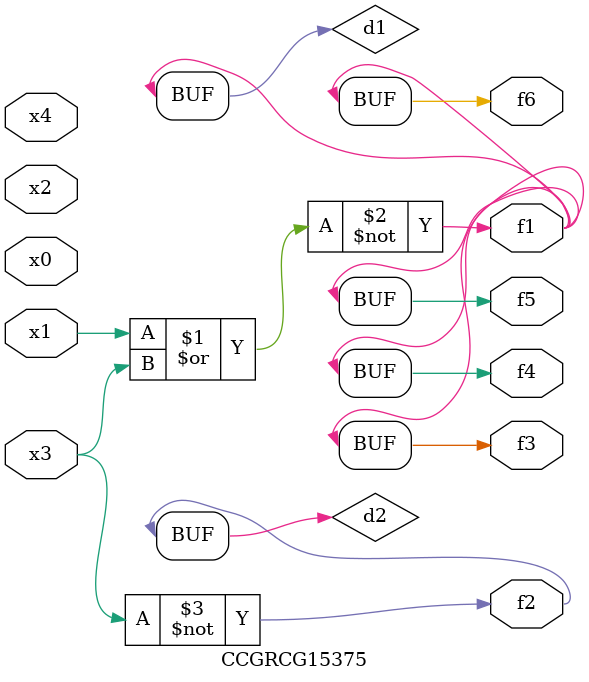
<source format=v>
module CCGRCG15375(
	input x0, x1, x2, x3, x4,
	output f1, f2, f3, f4, f5, f6
);

	wire d1, d2;

	nor (d1, x1, x3);
	not (d2, x3);
	assign f1 = d1;
	assign f2 = d2;
	assign f3 = d1;
	assign f4 = d1;
	assign f5 = d1;
	assign f6 = d1;
endmodule

</source>
